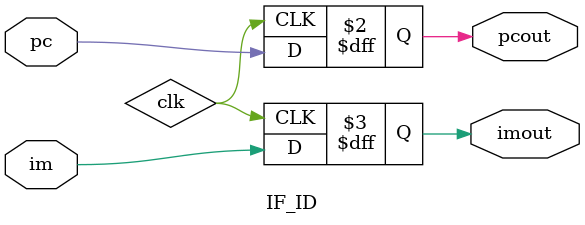
<source format=v>
`timescale 1ns / 1ps
module IF_ID(
	input pc,
	input im,
	output reg pcout,
	output reg imout
    );
	 always @ (posedge clk) begin
		pcout<=pc;
		imout<=im;
	 end


endmodule

</source>
